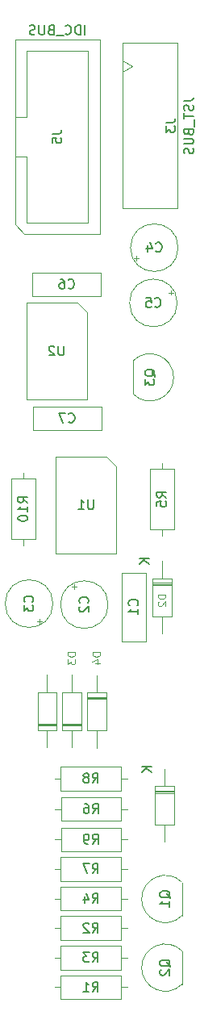
<source format=gbr>
%TF.GenerationSoftware,KiCad,Pcbnew,5.1.9+dfsg1-1~bpo10+1*%
%TF.CreationDate,2022-02-04T08:42:55+08:00*%
%TF.ProjectId,MiniADSR 1.0.1 - Main,4d696e69-4144-4535-9220-312e302e3120,rev?*%
%TF.SameCoordinates,Original*%
%TF.FileFunction,Other,Fab,Bot*%
%FSLAX46Y46*%
G04 Gerber Fmt 4.6, Leading zero omitted, Abs format (unit mm)*
G04 Created by KiCad (PCBNEW 5.1.9+dfsg1-1~bpo10+1) date 2022-02-04 08:42:55*
%MOMM*%
%LPD*%
G01*
G04 APERTURE LIST*
%ADD10C,0.100000*%
%ADD11C,0.150000*%
%ADD12C,0.120000*%
G04 APERTURE END LIST*
D10*
%TO.C,J5*%
X136820000Y-73350000D02*
X137820000Y-74350000D01*
X137820000Y-74350000D02*
X145720000Y-74350000D01*
X145720000Y-74350000D02*
X145720000Y-53990000D01*
X145720000Y-53990000D02*
X136820000Y-53990000D01*
X136820000Y-53990000D02*
X136820000Y-73350000D01*
X136820000Y-66220000D02*
X138020000Y-66220000D01*
X138020000Y-66220000D02*
X138020000Y-73160000D01*
X138020000Y-73160000D02*
X144520000Y-73160000D01*
X144520000Y-73160000D02*
X144520000Y-55180000D01*
X144520000Y-55180000D02*
X138020000Y-55180000D01*
X138020000Y-55180000D02*
X138020000Y-62120000D01*
X138020000Y-62120000D02*
X138020000Y-62120000D01*
X138020000Y-62120000D02*
X136820000Y-62120000D01*
%TO.C,J3*%
X148150000Y-54300000D02*
X153900000Y-54300000D01*
X153900000Y-54300000D02*
X153900000Y-71700000D01*
X153900000Y-71700000D02*
X148150000Y-71700000D01*
X148150000Y-71700000D02*
X148150000Y-54300000D01*
X148150000Y-56125000D02*
X149150000Y-56750000D01*
X149150000Y-56750000D02*
X148150000Y-57375000D01*
%TO.C,R7*%
X147940000Y-139750000D02*
X147940000Y-142250000D01*
X147940000Y-142250000D02*
X141640000Y-142250000D01*
X141640000Y-142250000D02*
X141640000Y-139750000D01*
X141640000Y-139750000D02*
X147940000Y-139750000D01*
X148600000Y-141000000D02*
X147940000Y-141000000D01*
X140980000Y-141000000D02*
X141640000Y-141000000D01*
%TO.C,C1*%
X148050000Y-109900000D02*
X150550000Y-109900000D01*
X150550000Y-109900000D02*
X150550000Y-117100000D01*
X150550000Y-117100000D02*
X148050000Y-117100000D01*
X148050000Y-117100000D02*
X148050000Y-109900000D01*
%TO.C,D1*%
X151500000Y-132810000D02*
X153500000Y-132810000D01*
X151500000Y-133010000D02*
X153500000Y-133010000D01*
X151500000Y-132910000D02*
X153500000Y-132910000D01*
X152500000Y-138120000D02*
X152500000Y-136310000D01*
X152500000Y-130500000D02*
X152500000Y-132310000D01*
X151500000Y-136310000D02*
X151500000Y-132310000D01*
X153500000Y-136310000D02*
X151500000Y-136310000D01*
X153500000Y-132310000D02*
X153500000Y-136310000D01*
X151500000Y-132310000D02*
X153500000Y-132310000D01*
%TO.C,R5*%
X153500000Y-105340000D02*
X151000000Y-105340000D01*
X151000000Y-105340000D02*
X151000000Y-99040000D01*
X151000000Y-99040000D02*
X153500000Y-99040000D01*
X153500000Y-99040000D02*
X153500000Y-105340000D01*
X152250000Y-106000000D02*
X152250000Y-105340000D01*
X152250000Y-98380000D02*
X152250000Y-99040000D01*
%TO.C,D2*%
X151250000Y-110485000D02*
X153250000Y-110485000D01*
X153250000Y-110485000D02*
X153250000Y-114485000D01*
X153250000Y-114485000D02*
X151250000Y-114485000D01*
X151250000Y-114485000D02*
X151250000Y-110485000D01*
X152250000Y-108675000D02*
X152250000Y-110485000D01*
X152250000Y-116295000D02*
X152250000Y-114485000D01*
X151250000Y-111085000D02*
X153250000Y-111085000D01*
X151250000Y-111185000D02*
X153250000Y-111185000D01*
X151250000Y-110985000D02*
X153250000Y-110985000D01*
%TO.C,U1*%
X146465000Y-97730000D02*
X141115000Y-97730000D01*
X141115000Y-97730000D02*
X141115000Y-107890000D01*
X141115000Y-107890000D02*
X147465000Y-107890000D01*
X147465000Y-107890000D02*
X147465000Y-98730000D01*
X147465000Y-98730000D02*
X146465000Y-97730000D01*
%TO.C,C2*%
X142762500Y-111366395D02*
X143262500Y-111366395D01*
X143012500Y-111116395D02*
X143012500Y-111616395D01*
X146600000Y-113250000D02*
G75*
G03*
X146600000Y-113250000I-2500000J0D01*
G01*
%TO.C,R3*%
X147940000Y-149050000D02*
X147940000Y-151550000D01*
X147940000Y-151550000D02*
X141640000Y-151550000D01*
X141640000Y-151550000D02*
X141640000Y-149050000D01*
X141640000Y-149050000D02*
X147940000Y-149050000D01*
X148600000Y-150300000D02*
X147940000Y-150300000D01*
X140980000Y-150300000D02*
X141640000Y-150300000D01*
%TO.C,R1*%
X147940000Y-152150000D02*
X147940000Y-154650000D01*
X147940000Y-154650000D02*
X141640000Y-154650000D01*
X141640000Y-154650000D02*
X141640000Y-152150000D01*
X141640000Y-152150000D02*
X147940000Y-152150000D01*
X148600000Y-153400000D02*
X147940000Y-153400000D01*
X140980000Y-153400000D02*
X141640000Y-153400000D01*
%TO.C,R9*%
X148620000Y-137900000D02*
X147960000Y-137900000D01*
X141000000Y-137900000D02*
X141660000Y-137900000D01*
X147960000Y-139150000D02*
X141660000Y-139150000D01*
X147960000Y-136650000D02*
X147960000Y-139150000D01*
X141660000Y-136650000D02*
X147960000Y-136650000D01*
X141660000Y-139150000D02*
X141660000Y-136650000D01*
%TO.C,R10*%
X137700000Y-107020000D02*
X137700000Y-106360000D01*
X137700000Y-99400000D02*
X137700000Y-100060000D01*
X136450000Y-106360000D02*
X136450000Y-100060000D01*
X138950000Y-106360000D02*
X136450000Y-106360000D01*
X138950000Y-100060000D02*
X138950000Y-106360000D01*
X136450000Y-100060000D02*
X138950000Y-100060000D01*
%TO.C,R8*%
X147940000Y-130250000D02*
X147940000Y-132750000D01*
X147940000Y-132750000D02*
X141640000Y-132750000D01*
X141640000Y-132750000D02*
X141640000Y-130250000D01*
X141640000Y-130250000D02*
X147940000Y-130250000D01*
X148600000Y-131500000D02*
X147940000Y-131500000D01*
X140980000Y-131500000D02*
X141640000Y-131500000D01*
%TO.C,R6*%
X148620000Y-134700000D02*
X147960000Y-134700000D01*
X141000000Y-134700000D02*
X141660000Y-134700000D01*
X147960000Y-135950000D02*
X141660000Y-135950000D01*
X147960000Y-133450000D02*
X147960000Y-135950000D01*
X141660000Y-133450000D02*
X147960000Y-133450000D01*
X141660000Y-135950000D02*
X141660000Y-133450000D01*
%TO.C,R4*%
X140980000Y-144100000D02*
X141640000Y-144100000D01*
X148600000Y-144100000D02*
X147940000Y-144100000D01*
X141640000Y-142850000D02*
X147940000Y-142850000D01*
X141640000Y-145350000D02*
X141640000Y-142850000D01*
X147940000Y-145350000D02*
X141640000Y-145350000D01*
X147940000Y-142850000D02*
X147940000Y-145350000D01*
%TO.C,R2*%
X140980000Y-147200000D02*
X141640000Y-147200000D01*
X148600000Y-147200000D02*
X147940000Y-147200000D01*
X141640000Y-145950000D02*
X147940000Y-145950000D01*
X141640000Y-148450000D02*
X141640000Y-145950000D01*
X147940000Y-148450000D02*
X141640000Y-148450000D01*
X147940000Y-145950000D02*
X147940000Y-148450000D01*
%TO.C,C3*%
X140800000Y-113150000D02*
G75*
G03*
X140800000Y-113150000I-2500000J0D01*
G01*
X139387500Y-115283605D02*
X139387500Y-114783605D01*
X139637500Y-115033605D02*
X139137500Y-115033605D01*
%TO.C,C4*%
X149566395Y-77137500D02*
X149566395Y-76637500D01*
X149316395Y-76887500D02*
X149816395Y-76887500D01*
X153950000Y-75800000D02*
G75*
G03*
X153950000Y-75800000I-2500000J0D01*
G01*
%TO.C,C5*%
X153850000Y-81600000D02*
G75*
G03*
X153850000Y-81600000I-2500000J0D01*
G01*
X153483605Y-80512500D02*
X152983605Y-80512500D01*
X153233605Y-80262500D02*
X153233605Y-80762500D01*
%TO.C,C6*%
X145850000Y-80900000D02*
X138650000Y-80900000D01*
X145850000Y-78400000D02*
X145850000Y-80900000D01*
X138650000Y-78400000D02*
X145850000Y-78400000D01*
X138650000Y-80900000D02*
X138650000Y-78400000D01*
%TO.C,C7*%
X138700000Y-94950000D02*
X138700000Y-92450000D01*
X138700000Y-92450000D02*
X145900000Y-92450000D01*
X145900000Y-92450000D02*
X145900000Y-94950000D01*
X145900000Y-94950000D02*
X138700000Y-94950000D01*
%TO.C,D3*%
X143800000Y-125940000D02*
X141800000Y-125940000D01*
X143800000Y-125740000D02*
X141800000Y-125740000D01*
X143800000Y-125840000D02*
X141800000Y-125840000D01*
X142800000Y-120630000D02*
X142800000Y-122440000D01*
X142800000Y-128250000D02*
X142800000Y-126440000D01*
X143800000Y-122440000D02*
X143800000Y-126440000D01*
X141800000Y-122440000D02*
X143800000Y-122440000D01*
X141800000Y-126440000D02*
X141800000Y-122440000D01*
X143800000Y-126440000D02*
X141800000Y-126440000D01*
%TO.C,D4*%
X144400000Y-122460000D02*
X146400000Y-122460000D01*
X146400000Y-122460000D02*
X146400000Y-126460000D01*
X146400000Y-126460000D02*
X144400000Y-126460000D01*
X144400000Y-126460000D02*
X144400000Y-122460000D01*
X145400000Y-120650000D02*
X145400000Y-122460000D01*
X145400000Y-128270000D02*
X145400000Y-126460000D01*
X144400000Y-123060000D02*
X146400000Y-123060000D01*
X144400000Y-123160000D02*
X146400000Y-123160000D01*
X144400000Y-122960000D02*
X146400000Y-122960000D01*
%TO.C,D5*%
X141200000Y-126440000D02*
X139200000Y-126440000D01*
X139200000Y-126440000D02*
X139200000Y-122440000D01*
X139200000Y-122440000D02*
X141200000Y-122440000D01*
X141200000Y-122440000D02*
X141200000Y-126440000D01*
X140200000Y-128250000D02*
X140200000Y-126440000D01*
X140200000Y-120630000D02*
X140200000Y-122440000D01*
X141200000Y-125840000D02*
X139200000Y-125840000D01*
X141200000Y-125740000D02*
X139200000Y-125740000D01*
X141200000Y-125940000D02*
X139200000Y-125940000D01*
%TO.C,U2*%
X144365000Y-82580000D02*
X143365000Y-81580000D01*
X144365000Y-91740000D02*
X144365000Y-82580000D01*
X138015000Y-91740000D02*
X144365000Y-91740000D01*
X138015000Y-81580000D02*
X138015000Y-91740000D01*
X143365000Y-81580000D02*
X138015000Y-81580000D01*
%TO.C,Q1*%
X154350000Y-142400000D02*
X154350000Y-145900000D01*
X154353625Y-145893625D02*
G75*
G02*
X150120000Y-144140000I-1753625J1753625D01*
G01*
X154353625Y-142386375D02*
G75*
G03*
X150120000Y-144140000I-1753625J-1753625D01*
G01*
%TO.C,Q2*%
X154350000Y-149600000D02*
X154350000Y-153100000D01*
X154353625Y-149586375D02*
G75*
G03*
X150120000Y-151340000I-1753625J-1753625D01*
G01*
X154353625Y-153093625D02*
G75*
G02*
X150120000Y-151340000I-1753625J1753625D01*
G01*
%TO.C,Q3*%
X149250000Y-91150000D02*
X149250000Y-87650000D01*
X149246375Y-87656375D02*
G75*
G02*
X153480000Y-89410000I1753625J-1753625D01*
G01*
X149246375Y-91163625D02*
G75*
G03*
X153480000Y-89410000I1753625J1753625D01*
G01*
%TD*%
%TO.C,J5*%
D11*
X144150952Y-53442380D02*
X144150952Y-52442380D01*
X143674761Y-53442380D02*
X143674761Y-52442380D01*
X143436666Y-52442380D01*
X143293809Y-52490000D01*
X143198571Y-52585238D01*
X143150952Y-52680476D01*
X143103333Y-52870952D01*
X143103333Y-53013809D01*
X143150952Y-53204285D01*
X143198571Y-53299523D01*
X143293809Y-53394761D01*
X143436666Y-53442380D01*
X143674761Y-53442380D01*
X142103333Y-53347142D02*
X142150952Y-53394761D01*
X142293809Y-53442380D01*
X142389047Y-53442380D01*
X142531904Y-53394761D01*
X142627142Y-53299523D01*
X142674761Y-53204285D01*
X142722380Y-53013809D01*
X142722380Y-52870952D01*
X142674761Y-52680476D01*
X142627142Y-52585238D01*
X142531904Y-52490000D01*
X142389047Y-52442380D01*
X142293809Y-52442380D01*
X142150952Y-52490000D01*
X142103333Y-52537619D01*
X141912857Y-53537619D02*
X141150952Y-53537619D01*
X140579523Y-52918571D02*
X140436666Y-52966190D01*
X140389047Y-53013809D01*
X140341428Y-53109047D01*
X140341428Y-53251904D01*
X140389047Y-53347142D01*
X140436666Y-53394761D01*
X140531904Y-53442380D01*
X140912857Y-53442380D01*
X140912857Y-52442380D01*
X140579523Y-52442380D01*
X140484285Y-52490000D01*
X140436666Y-52537619D01*
X140389047Y-52632857D01*
X140389047Y-52728095D01*
X140436666Y-52823333D01*
X140484285Y-52870952D01*
X140579523Y-52918571D01*
X140912857Y-52918571D01*
X139912857Y-52442380D02*
X139912857Y-53251904D01*
X139865238Y-53347142D01*
X139817619Y-53394761D01*
X139722380Y-53442380D01*
X139531904Y-53442380D01*
X139436666Y-53394761D01*
X139389047Y-53347142D01*
X139341428Y-53251904D01*
X139341428Y-52442380D01*
X138912857Y-53394761D02*
X138770000Y-53442380D01*
X138531904Y-53442380D01*
X138436666Y-53394761D01*
X138389047Y-53347142D01*
X138341428Y-53251904D01*
X138341428Y-53156666D01*
X138389047Y-53061428D01*
X138436666Y-53013809D01*
X138531904Y-52966190D01*
X138722380Y-52918571D01*
X138817619Y-52870952D01*
X138865238Y-52823333D01*
X138912857Y-52728095D01*
X138912857Y-52632857D01*
X138865238Y-52537619D01*
X138817619Y-52490000D01*
X138722380Y-52442380D01*
X138484285Y-52442380D01*
X138341428Y-52490000D01*
X140722380Y-63836666D02*
X141436666Y-63836666D01*
X141579523Y-63789047D01*
X141674761Y-63693809D01*
X141722380Y-63550952D01*
X141722380Y-63455714D01*
X140722380Y-64789047D02*
X140722380Y-64312857D01*
X141198571Y-64265238D01*
X141150952Y-64312857D01*
X141103333Y-64408095D01*
X141103333Y-64646190D01*
X141150952Y-64741428D01*
X141198571Y-64789047D01*
X141293809Y-64836666D01*
X141531904Y-64836666D01*
X141627142Y-64789047D01*
X141674761Y-64741428D01*
X141722380Y-64646190D01*
X141722380Y-64408095D01*
X141674761Y-64312857D01*
X141627142Y-64265238D01*
%TO.C,J3*%
X154552380Y-60404761D02*
X155266666Y-60404761D01*
X155409523Y-60357142D01*
X155504761Y-60261904D01*
X155552380Y-60119047D01*
X155552380Y-60023809D01*
X155504761Y-60833333D02*
X155552380Y-60976190D01*
X155552380Y-61214285D01*
X155504761Y-61309523D01*
X155457142Y-61357142D01*
X155361904Y-61404761D01*
X155266666Y-61404761D01*
X155171428Y-61357142D01*
X155123809Y-61309523D01*
X155076190Y-61214285D01*
X155028571Y-61023809D01*
X154980952Y-60928571D01*
X154933333Y-60880952D01*
X154838095Y-60833333D01*
X154742857Y-60833333D01*
X154647619Y-60880952D01*
X154600000Y-60928571D01*
X154552380Y-61023809D01*
X154552380Y-61261904D01*
X154600000Y-61404761D01*
X154552380Y-61690476D02*
X154552380Y-62261904D01*
X155552380Y-61976190D02*
X154552380Y-61976190D01*
X155647619Y-62357142D02*
X155647619Y-63119047D01*
X155028571Y-63690476D02*
X155076190Y-63833333D01*
X155123809Y-63880952D01*
X155219047Y-63928571D01*
X155361904Y-63928571D01*
X155457142Y-63880952D01*
X155504761Y-63833333D01*
X155552380Y-63738095D01*
X155552380Y-63357142D01*
X154552380Y-63357142D01*
X154552380Y-63690476D01*
X154600000Y-63785714D01*
X154647619Y-63833333D01*
X154742857Y-63880952D01*
X154838095Y-63880952D01*
X154933333Y-63833333D01*
X154980952Y-63785714D01*
X155028571Y-63690476D01*
X155028571Y-63357142D01*
X154552380Y-64357142D02*
X155361904Y-64357142D01*
X155457142Y-64404761D01*
X155504761Y-64452380D01*
X155552380Y-64547619D01*
X155552380Y-64738095D01*
X155504761Y-64833333D01*
X155457142Y-64880952D01*
X155361904Y-64928571D01*
X154552380Y-64928571D01*
X155504761Y-65357142D02*
X155552380Y-65500000D01*
X155552380Y-65738095D01*
X155504761Y-65833333D01*
X155457142Y-65880952D01*
X155361904Y-65928571D01*
X155266666Y-65928571D01*
X155171428Y-65880952D01*
X155123809Y-65833333D01*
X155076190Y-65738095D01*
X155028571Y-65547619D01*
X154980952Y-65452380D01*
X154933333Y-65404761D01*
X154838095Y-65357142D01*
X154742857Y-65357142D01*
X154647619Y-65404761D01*
X154600000Y-65452380D01*
X154552380Y-65547619D01*
X154552380Y-65785714D01*
X154600000Y-65928571D01*
X152652380Y-62666666D02*
X153366666Y-62666666D01*
X153509523Y-62619047D01*
X153604761Y-62523809D01*
X153652380Y-62380952D01*
X153652380Y-62285714D01*
X152652380Y-63047619D02*
X152652380Y-63666666D01*
X153033333Y-63333333D01*
X153033333Y-63476190D01*
X153080952Y-63571428D01*
X153128571Y-63619047D01*
X153223809Y-63666666D01*
X153461904Y-63666666D01*
X153557142Y-63619047D01*
X153604761Y-63571428D01*
X153652380Y-63476190D01*
X153652380Y-63190476D01*
X153604761Y-63095238D01*
X153557142Y-63047619D01*
%TO.C,R7*%
X144956666Y-141452380D02*
X145290000Y-140976190D01*
X145528095Y-141452380D02*
X145528095Y-140452380D01*
X145147142Y-140452380D01*
X145051904Y-140500000D01*
X145004285Y-140547619D01*
X144956666Y-140642857D01*
X144956666Y-140785714D01*
X145004285Y-140880952D01*
X145051904Y-140928571D01*
X145147142Y-140976190D01*
X145528095Y-140976190D01*
X144623333Y-140452380D02*
X143956666Y-140452380D01*
X144385238Y-141452380D01*
%TO.C,C1*%
X149657142Y-113333333D02*
X149704761Y-113285714D01*
X149752380Y-113142857D01*
X149752380Y-113047619D01*
X149704761Y-112904761D01*
X149609523Y-112809523D01*
X149514285Y-112761904D01*
X149323809Y-112714285D01*
X149180952Y-112714285D01*
X148990476Y-112761904D01*
X148895238Y-112809523D01*
X148800000Y-112904761D01*
X148752380Y-113047619D01*
X148752380Y-113142857D01*
X148800000Y-113285714D01*
X148847619Y-113333333D01*
X149752380Y-114285714D02*
X149752380Y-113714285D01*
X149752380Y-114000000D02*
X148752380Y-114000000D01*
X148895238Y-113904761D01*
X148990476Y-113809523D01*
X149038095Y-113714285D01*
%TO.C,D1*%
X151152380Y-130238095D02*
X150152380Y-130238095D01*
X151152380Y-130809523D02*
X150580952Y-130380952D01*
X150152380Y-130809523D02*
X150723809Y-130238095D01*
%TO.C,R5*%
X152702380Y-102023333D02*
X152226190Y-101690000D01*
X152702380Y-101451904D02*
X151702380Y-101451904D01*
X151702380Y-101832857D01*
X151750000Y-101928095D01*
X151797619Y-101975714D01*
X151892857Y-102023333D01*
X152035714Y-102023333D01*
X152130952Y-101975714D01*
X152178571Y-101928095D01*
X152226190Y-101832857D01*
X152226190Y-101451904D01*
X151702380Y-102928095D02*
X151702380Y-102451904D01*
X152178571Y-102404285D01*
X152130952Y-102451904D01*
X152083333Y-102547142D01*
X152083333Y-102785238D01*
X152130952Y-102880476D01*
X152178571Y-102928095D01*
X152273809Y-102975714D01*
X152511904Y-102975714D01*
X152607142Y-102928095D01*
X152654761Y-102880476D01*
X152702380Y-102785238D01*
X152702380Y-102547142D01*
X152654761Y-102451904D01*
X152607142Y-102404285D01*
%TO.C,D2*%
D12*
X152611904Y-112194523D02*
X151811904Y-112194523D01*
X151811904Y-112385000D01*
X151850000Y-112499285D01*
X151926190Y-112575476D01*
X152002380Y-112613571D01*
X152154761Y-112651666D01*
X152269047Y-112651666D01*
X152421428Y-112613571D01*
X152497619Y-112575476D01*
X152573809Y-112499285D01*
X152611904Y-112385000D01*
X152611904Y-112194523D01*
X151888095Y-112956428D02*
X151850000Y-112994523D01*
X151811904Y-113070714D01*
X151811904Y-113261190D01*
X151850000Y-113337380D01*
X151888095Y-113375476D01*
X151964285Y-113413571D01*
X152040476Y-113413571D01*
X152154761Y-113375476D01*
X152611904Y-112918333D01*
X152611904Y-113413571D01*
D11*
X150902380Y-108413095D02*
X149902380Y-108413095D01*
X150902380Y-108984523D02*
X150330952Y-108555952D01*
X149902380Y-108984523D02*
X150473809Y-108413095D01*
%TO.C,U1*%
X145051904Y-102262380D02*
X145051904Y-103071904D01*
X145004285Y-103167142D01*
X144956666Y-103214761D01*
X144861428Y-103262380D01*
X144670952Y-103262380D01*
X144575714Y-103214761D01*
X144528095Y-103167142D01*
X144480476Y-103071904D01*
X144480476Y-102262380D01*
X143480476Y-103262380D02*
X144051904Y-103262380D01*
X143766190Y-103262380D02*
X143766190Y-102262380D01*
X143861428Y-102405238D01*
X143956666Y-102500476D01*
X144051904Y-102548095D01*
%TO.C,C2*%
X144457142Y-113083333D02*
X144504761Y-113035714D01*
X144552380Y-112892857D01*
X144552380Y-112797619D01*
X144504761Y-112654761D01*
X144409523Y-112559523D01*
X144314285Y-112511904D01*
X144123809Y-112464285D01*
X143980952Y-112464285D01*
X143790476Y-112511904D01*
X143695238Y-112559523D01*
X143600000Y-112654761D01*
X143552380Y-112797619D01*
X143552380Y-112892857D01*
X143600000Y-113035714D01*
X143647619Y-113083333D01*
X143647619Y-113464285D02*
X143600000Y-113511904D01*
X143552380Y-113607142D01*
X143552380Y-113845238D01*
X143600000Y-113940476D01*
X143647619Y-113988095D01*
X143742857Y-114035714D01*
X143838095Y-114035714D01*
X143980952Y-113988095D01*
X144552380Y-113416666D01*
X144552380Y-114035714D01*
%TO.C,R3*%
X144956666Y-150752380D02*
X145290000Y-150276190D01*
X145528095Y-150752380D02*
X145528095Y-149752380D01*
X145147142Y-149752380D01*
X145051904Y-149800000D01*
X145004285Y-149847619D01*
X144956666Y-149942857D01*
X144956666Y-150085714D01*
X145004285Y-150180952D01*
X145051904Y-150228571D01*
X145147142Y-150276190D01*
X145528095Y-150276190D01*
X144623333Y-149752380D02*
X144004285Y-149752380D01*
X144337619Y-150133333D01*
X144194761Y-150133333D01*
X144099523Y-150180952D01*
X144051904Y-150228571D01*
X144004285Y-150323809D01*
X144004285Y-150561904D01*
X144051904Y-150657142D01*
X144099523Y-150704761D01*
X144194761Y-150752380D01*
X144480476Y-150752380D01*
X144575714Y-150704761D01*
X144623333Y-150657142D01*
%TO.C,R1*%
X144956666Y-153852380D02*
X145290000Y-153376190D01*
X145528095Y-153852380D02*
X145528095Y-152852380D01*
X145147142Y-152852380D01*
X145051904Y-152900000D01*
X145004285Y-152947619D01*
X144956666Y-153042857D01*
X144956666Y-153185714D01*
X145004285Y-153280952D01*
X145051904Y-153328571D01*
X145147142Y-153376190D01*
X145528095Y-153376190D01*
X144004285Y-153852380D02*
X144575714Y-153852380D01*
X144290000Y-153852380D02*
X144290000Y-152852380D01*
X144385238Y-152995238D01*
X144480476Y-153090476D01*
X144575714Y-153138095D01*
%TO.C,R9*%
X144976666Y-138352380D02*
X145310000Y-137876190D01*
X145548095Y-138352380D02*
X145548095Y-137352380D01*
X145167142Y-137352380D01*
X145071904Y-137400000D01*
X145024285Y-137447619D01*
X144976666Y-137542857D01*
X144976666Y-137685714D01*
X145024285Y-137780952D01*
X145071904Y-137828571D01*
X145167142Y-137876190D01*
X145548095Y-137876190D01*
X144500476Y-138352380D02*
X144310000Y-138352380D01*
X144214761Y-138304761D01*
X144167142Y-138257142D01*
X144071904Y-138114285D01*
X144024285Y-137923809D01*
X144024285Y-137542857D01*
X144071904Y-137447619D01*
X144119523Y-137400000D01*
X144214761Y-137352380D01*
X144405238Y-137352380D01*
X144500476Y-137400000D01*
X144548095Y-137447619D01*
X144595714Y-137542857D01*
X144595714Y-137780952D01*
X144548095Y-137876190D01*
X144500476Y-137923809D01*
X144405238Y-137971428D01*
X144214761Y-137971428D01*
X144119523Y-137923809D01*
X144071904Y-137876190D01*
X144024285Y-137780952D01*
%TO.C,R10*%
X138152380Y-102567142D02*
X137676190Y-102233809D01*
X138152380Y-101995714D02*
X137152380Y-101995714D01*
X137152380Y-102376666D01*
X137200000Y-102471904D01*
X137247619Y-102519523D01*
X137342857Y-102567142D01*
X137485714Y-102567142D01*
X137580952Y-102519523D01*
X137628571Y-102471904D01*
X137676190Y-102376666D01*
X137676190Y-101995714D01*
X138152380Y-103519523D02*
X138152380Y-102948095D01*
X138152380Y-103233809D02*
X137152380Y-103233809D01*
X137295238Y-103138571D01*
X137390476Y-103043333D01*
X137438095Y-102948095D01*
X137152380Y-104138571D02*
X137152380Y-104233809D01*
X137200000Y-104329047D01*
X137247619Y-104376666D01*
X137342857Y-104424285D01*
X137533333Y-104471904D01*
X137771428Y-104471904D01*
X137961904Y-104424285D01*
X138057142Y-104376666D01*
X138104761Y-104329047D01*
X138152380Y-104233809D01*
X138152380Y-104138571D01*
X138104761Y-104043333D01*
X138057142Y-103995714D01*
X137961904Y-103948095D01*
X137771428Y-103900476D01*
X137533333Y-103900476D01*
X137342857Y-103948095D01*
X137247619Y-103995714D01*
X137200000Y-104043333D01*
X137152380Y-104138571D01*
%TO.C,R8*%
X144956666Y-131952380D02*
X145290000Y-131476190D01*
X145528095Y-131952380D02*
X145528095Y-130952380D01*
X145147142Y-130952380D01*
X145051904Y-131000000D01*
X145004285Y-131047619D01*
X144956666Y-131142857D01*
X144956666Y-131285714D01*
X145004285Y-131380952D01*
X145051904Y-131428571D01*
X145147142Y-131476190D01*
X145528095Y-131476190D01*
X144385238Y-131380952D02*
X144480476Y-131333333D01*
X144528095Y-131285714D01*
X144575714Y-131190476D01*
X144575714Y-131142857D01*
X144528095Y-131047619D01*
X144480476Y-131000000D01*
X144385238Y-130952380D01*
X144194761Y-130952380D01*
X144099523Y-131000000D01*
X144051904Y-131047619D01*
X144004285Y-131142857D01*
X144004285Y-131190476D01*
X144051904Y-131285714D01*
X144099523Y-131333333D01*
X144194761Y-131380952D01*
X144385238Y-131380952D01*
X144480476Y-131428571D01*
X144528095Y-131476190D01*
X144575714Y-131571428D01*
X144575714Y-131761904D01*
X144528095Y-131857142D01*
X144480476Y-131904761D01*
X144385238Y-131952380D01*
X144194761Y-131952380D01*
X144099523Y-131904761D01*
X144051904Y-131857142D01*
X144004285Y-131761904D01*
X144004285Y-131571428D01*
X144051904Y-131476190D01*
X144099523Y-131428571D01*
X144194761Y-131380952D01*
%TO.C,R6*%
X144976666Y-135152380D02*
X145310000Y-134676190D01*
X145548095Y-135152380D02*
X145548095Y-134152380D01*
X145167142Y-134152380D01*
X145071904Y-134200000D01*
X145024285Y-134247619D01*
X144976666Y-134342857D01*
X144976666Y-134485714D01*
X145024285Y-134580952D01*
X145071904Y-134628571D01*
X145167142Y-134676190D01*
X145548095Y-134676190D01*
X144119523Y-134152380D02*
X144310000Y-134152380D01*
X144405238Y-134200000D01*
X144452857Y-134247619D01*
X144548095Y-134390476D01*
X144595714Y-134580952D01*
X144595714Y-134961904D01*
X144548095Y-135057142D01*
X144500476Y-135104761D01*
X144405238Y-135152380D01*
X144214761Y-135152380D01*
X144119523Y-135104761D01*
X144071904Y-135057142D01*
X144024285Y-134961904D01*
X144024285Y-134723809D01*
X144071904Y-134628571D01*
X144119523Y-134580952D01*
X144214761Y-134533333D01*
X144405238Y-134533333D01*
X144500476Y-134580952D01*
X144548095Y-134628571D01*
X144595714Y-134723809D01*
%TO.C,R4*%
X144956666Y-144552380D02*
X145290000Y-144076190D01*
X145528095Y-144552380D02*
X145528095Y-143552380D01*
X145147142Y-143552380D01*
X145051904Y-143600000D01*
X145004285Y-143647619D01*
X144956666Y-143742857D01*
X144956666Y-143885714D01*
X145004285Y-143980952D01*
X145051904Y-144028571D01*
X145147142Y-144076190D01*
X145528095Y-144076190D01*
X144099523Y-143885714D02*
X144099523Y-144552380D01*
X144337619Y-143504761D02*
X144575714Y-144219047D01*
X143956666Y-144219047D01*
%TO.C,R2*%
X144956666Y-147652380D02*
X145290000Y-147176190D01*
X145528095Y-147652380D02*
X145528095Y-146652380D01*
X145147142Y-146652380D01*
X145051904Y-146700000D01*
X145004285Y-146747619D01*
X144956666Y-146842857D01*
X144956666Y-146985714D01*
X145004285Y-147080952D01*
X145051904Y-147128571D01*
X145147142Y-147176190D01*
X145528095Y-147176190D01*
X144575714Y-146747619D02*
X144528095Y-146700000D01*
X144432857Y-146652380D01*
X144194761Y-146652380D01*
X144099523Y-146700000D01*
X144051904Y-146747619D01*
X144004285Y-146842857D01*
X144004285Y-146938095D01*
X144051904Y-147080952D01*
X144623333Y-147652380D01*
X144004285Y-147652380D01*
%TO.C,C3*%
X138657142Y-112983333D02*
X138704761Y-112935714D01*
X138752380Y-112792857D01*
X138752380Y-112697619D01*
X138704761Y-112554761D01*
X138609523Y-112459523D01*
X138514285Y-112411904D01*
X138323809Y-112364285D01*
X138180952Y-112364285D01*
X137990476Y-112411904D01*
X137895238Y-112459523D01*
X137800000Y-112554761D01*
X137752380Y-112697619D01*
X137752380Y-112792857D01*
X137800000Y-112935714D01*
X137847619Y-112983333D01*
X137752380Y-113316666D02*
X137752380Y-113935714D01*
X138133333Y-113602380D01*
X138133333Y-113745238D01*
X138180952Y-113840476D01*
X138228571Y-113888095D01*
X138323809Y-113935714D01*
X138561904Y-113935714D01*
X138657142Y-113888095D01*
X138704761Y-113840476D01*
X138752380Y-113745238D01*
X138752380Y-113459523D01*
X138704761Y-113364285D01*
X138657142Y-113316666D01*
%TO.C,C4*%
X151616666Y-76157142D02*
X151664285Y-76204761D01*
X151807142Y-76252380D01*
X151902380Y-76252380D01*
X152045238Y-76204761D01*
X152140476Y-76109523D01*
X152188095Y-76014285D01*
X152235714Y-75823809D01*
X152235714Y-75680952D01*
X152188095Y-75490476D01*
X152140476Y-75395238D01*
X152045238Y-75300000D01*
X151902380Y-75252380D01*
X151807142Y-75252380D01*
X151664285Y-75300000D01*
X151616666Y-75347619D01*
X150759523Y-75585714D02*
X150759523Y-76252380D01*
X150997619Y-75204761D02*
X151235714Y-75919047D01*
X150616666Y-75919047D01*
%TO.C,C5*%
X151516666Y-81957142D02*
X151564285Y-82004761D01*
X151707142Y-82052380D01*
X151802380Y-82052380D01*
X151945238Y-82004761D01*
X152040476Y-81909523D01*
X152088095Y-81814285D01*
X152135714Y-81623809D01*
X152135714Y-81480952D01*
X152088095Y-81290476D01*
X152040476Y-81195238D01*
X151945238Y-81100000D01*
X151802380Y-81052380D01*
X151707142Y-81052380D01*
X151564285Y-81100000D01*
X151516666Y-81147619D01*
X150611904Y-81052380D02*
X151088095Y-81052380D01*
X151135714Y-81528571D01*
X151088095Y-81480952D01*
X150992857Y-81433333D01*
X150754761Y-81433333D01*
X150659523Y-81480952D01*
X150611904Y-81528571D01*
X150564285Y-81623809D01*
X150564285Y-81861904D01*
X150611904Y-81957142D01*
X150659523Y-82004761D01*
X150754761Y-82052380D01*
X150992857Y-82052380D01*
X151088095Y-82004761D01*
X151135714Y-81957142D01*
%TO.C,C6*%
X142416666Y-80007142D02*
X142464285Y-80054761D01*
X142607142Y-80102380D01*
X142702380Y-80102380D01*
X142845238Y-80054761D01*
X142940476Y-79959523D01*
X142988095Y-79864285D01*
X143035714Y-79673809D01*
X143035714Y-79530952D01*
X142988095Y-79340476D01*
X142940476Y-79245238D01*
X142845238Y-79150000D01*
X142702380Y-79102380D01*
X142607142Y-79102380D01*
X142464285Y-79150000D01*
X142416666Y-79197619D01*
X141559523Y-79102380D02*
X141750000Y-79102380D01*
X141845238Y-79150000D01*
X141892857Y-79197619D01*
X141988095Y-79340476D01*
X142035714Y-79530952D01*
X142035714Y-79911904D01*
X141988095Y-80007142D01*
X141940476Y-80054761D01*
X141845238Y-80102380D01*
X141654761Y-80102380D01*
X141559523Y-80054761D01*
X141511904Y-80007142D01*
X141464285Y-79911904D01*
X141464285Y-79673809D01*
X141511904Y-79578571D01*
X141559523Y-79530952D01*
X141654761Y-79483333D01*
X141845238Y-79483333D01*
X141940476Y-79530952D01*
X141988095Y-79578571D01*
X142035714Y-79673809D01*
%TO.C,C7*%
X142466666Y-94057142D02*
X142514285Y-94104761D01*
X142657142Y-94152380D01*
X142752380Y-94152380D01*
X142895238Y-94104761D01*
X142990476Y-94009523D01*
X143038095Y-93914285D01*
X143085714Y-93723809D01*
X143085714Y-93580952D01*
X143038095Y-93390476D01*
X142990476Y-93295238D01*
X142895238Y-93200000D01*
X142752380Y-93152380D01*
X142657142Y-93152380D01*
X142514285Y-93200000D01*
X142466666Y-93247619D01*
X142133333Y-93152380D02*
X141466666Y-93152380D01*
X141895238Y-94152380D01*
%TO.C,D3*%
D12*
X143161904Y-118259523D02*
X142361904Y-118259523D01*
X142361904Y-118450000D01*
X142400000Y-118564285D01*
X142476190Y-118640476D01*
X142552380Y-118678571D01*
X142704761Y-118716666D01*
X142819047Y-118716666D01*
X142971428Y-118678571D01*
X143047619Y-118640476D01*
X143123809Y-118564285D01*
X143161904Y-118450000D01*
X143161904Y-118259523D01*
X142361904Y-118983333D02*
X142361904Y-119478571D01*
X142666666Y-119211904D01*
X142666666Y-119326190D01*
X142704761Y-119402380D01*
X142742857Y-119440476D01*
X142819047Y-119478571D01*
X143009523Y-119478571D01*
X143085714Y-119440476D01*
X143123809Y-119402380D01*
X143161904Y-119326190D01*
X143161904Y-119097619D01*
X143123809Y-119021428D01*
X143085714Y-118983333D01*
%TO.C,D4*%
X145761904Y-118259523D02*
X144961904Y-118259523D01*
X144961904Y-118450000D01*
X145000000Y-118564285D01*
X145076190Y-118640476D01*
X145152380Y-118678571D01*
X145304761Y-118716666D01*
X145419047Y-118716666D01*
X145571428Y-118678571D01*
X145647619Y-118640476D01*
X145723809Y-118564285D01*
X145761904Y-118450000D01*
X145761904Y-118259523D01*
X145228571Y-119402380D02*
X145761904Y-119402380D01*
X144923809Y-119211904D02*
X145495238Y-119021428D01*
X145495238Y-119516666D01*
%TO.C,U2*%
D11*
X141951904Y-86112380D02*
X141951904Y-86921904D01*
X141904285Y-87017142D01*
X141856666Y-87064761D01*
X141761428Y-87112380D01*
X141570952Y-87112380D01*
X141475714Y-87064761D01*
X141428095Y-87017142D01*
X141380476Y-86921904D01*
X141380476Y-86112380D01*
X140951904Y-86207619D02*
X140904285Y-86160000D01*
X140809047Y-86112380D01*
X140570952Y-86112380D01*
X140475714Y-86160000D01*
X140428095Y-86207619D01*
X140380476Y-86302857D01*
X140380476Y-86398095D01*
X140428095Y-86540952D01*
X140999523Y-87112380D01*
X140380476Y-87112380D01*
%TO.C,Q1*%
X153147619Y-144044761D02*
X153100000Y-143949523D01*
X153004761Y-143854285D01*
X152861904Y-143711428D01*
X152814285Y-143616190D01*
X152814285Y-143520952D01*
X153052380Y-143568571D02*
X153004761Y-143473333D01*
X152909523Y-143378095D01*
X152719047Y-143330476D01*
X152385714Y-143330476D01*
X152195238Y-143378095D01*
X152100000Y-143473333D01*
X152052380Y-143568571D01*
X152052380Y-143759047D01*
X152100000Y-143854285D01*
X152195238Y-143949523D01*
X152385714Y-143997142D01*
X152719047Y-143997142D01*
X152909523Y-143949523D01*
X153004761Y-143854285D01*
X153052380Y-143759047D01*
X153052380Y-143568571D01*
X153052380Y-144949523D02*
X153052380Y-144378095D01*
X153052380Y-144663809D02*
X152052380Y-144663809D01*
X152195238Y-144568571D01*
X152290476Y-144473333D01*
X152338095Y-144378095D01*
%TO.C,Q2*%
X153147619Y-151244761D02*
X153100000Y-151149523D01*
X153004761Y-151054285D01*
X152861904Y-150911428D01*
X152814285Y-150816190D01*
X152814285Y-150720952D01*
X153052380Y-150768571D02*
X153004761Y-150673333D01*
X152909523Y-150578095D01*
X152719047Y-150530476D01*
X152385714Y-150530476D01*
X152195238Y-150578095D01*
X152100000Y-150673333D01*
X152052380Y-150768571D01*
X152052380Y-150959047D01*
X152100000Y-151054285D01*
X152195238Y-151149523D01*
X152385714Y-151197142D01*
X152719047Y-151197142D01*
X152909523Y-151149523D01*
X153004761Y-151054285D01*
X153052380Y-150959047D01*
X153052380Y-150768571D01*
X152147619Y-151578095D02*
X152100000Y-151625714D01*
X152052380Y-151720952D01*
X152052380Y-151959047D01*
X152100000Y-152054285D01*
X152147619Y-152101904D01*
X152242857Y-152149523D01*
X152338095Y-152149523D01*
X152480952Y-152101904D01*
X153052380Y-151530476D01*
X153052380Y-152149523D01*
%TO.C,Q3*%
X151547619Y-89314761D02*
X151500000Y-89219523D01*
X151404761Y-89124285D01*
X151261904Y-88981428D01*
X151214285Y-88886190D01*
X151214285Y-88790952D01*
X151452380Y-88838571D02*
X151404761Y-88743333D01*
X151309523Y-88648095D01*
X151119047Y-88600476D01*
X150785714Y-88600476D01*
X150595238Y-88648095D01*
X150500000Y-88743333D01*
X150452380Y-88838571D01*
X150452380Y-89029047D01*
X150500000Y-89124285D01*
X150595238Y-89219523D01*
X150785714Y-89267142D01*
X151119047Y-89267142D01*
X151309523Y-89219523D01*
X151404761Y-89124285D01*
X151452380Y-89029047D01*
X151452380Y-88838571D01*
X150452380Y-89600476D02*
X150452380Y-90219523D01*
X150833333Y-89886190D01*
X150833333Y-90029047D01*
X150880952Y-90124285D01*
X150928571Y-90171904D01*
X151023809Y-90219523D01*
X151261904Y-90219523D01*
X151357142Y-90171904D01*
X151404761Y-90124285D01*
X151452380Y-90029047D01*
X151452380Y-89743333D01*
X151404761Y-89648095D01*
X151357142Y-89600476D01*
%TD*%
M02*

</source>
